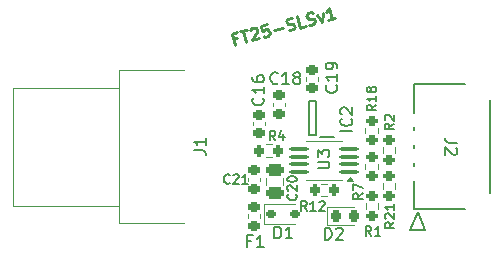
<source format=gbr>
%TF.GenerationSoftware,KiCad,Pcbnew,8.0.8*%
%TF.CreationDate,2025-02-03T14:17:38+01:00*%
%TF.ProjectId,FT25-SLS,46543235-2d53-44c5-932e-6b696361645f,rev?*%
%TF.SameCoordinates,Original*%
%TF.FileFunction,Legend,Top*%
%TF.FilePolarity,Positive*%
%FSLAX46Y46*%
G04 Gerber Fmt 4.6, Leading zero omitted, Abs format (unit mm)*
G04 Created by KiCad (PCBNEW 8.0.8) date 2025-02-03 14:17:38*
%MOMM*%
%LPD*%
G01*
G04 APERTURE LIST*
G04 Aperture macros list*
%AMRoundRect*
0 Rectangle with rounded corners*
0 $1 Rounding radius*
0 $2 $3 $4 $5 $6 $7 $8 $9 X,Y pos of 4 corners*
0 Add a 4 corners polygon primitive as box body*
4,1,4,$2,$3,$4,$5,$6,$7,$8,$9,$2,$3,0*
0 Add four circle primitives for the rounded corners*
1,1,$1+$1,$2,$3*
1,1,$1+$1,$4,$5*
1,1,$1+$1,$6,$7*
1,1,$1+$1,$8,$9*
0 Add four rect primitives between the rounded corners*
20,1,$1+$1,$2,$3,$4,$5,0*
20,1,$1+$1,$4,$5,$6,$7,0*
20,1,$1+$1,$6,$7,$8,$9,0*
20,1,$1+$1,$8,$9,$2,$3,0*%
G04 Aperture macros list end*
%ADD10C,0.250000*%
%ADD11C,0.150000*%
%ADD12C,0.120000*%
%ADD13C,0.152400*%
%ADD14C,0.200000*%
%ADD15RoundRect,0.200000X0.200000X0.275000X-0.200000X0.275000X-0.200000X-0.275000X0.200000X-0.275000X0*%
%ADD16RoundRect,0.200000X0.275000X-0.200000X0.275000X0.200000X-0.275000X0.200000X-0.275000X-0.200000X0*%
%ADD17RoundRect,0.200000X-0.275000X0.200000X-0.275000X-0.200000X0.275000X-0.200000X0.275000X0.200000X0*%
%ADD18RoundRect,0.225000X0.250000X-0.225000X0.250000X0.225000X-0.250000X0.225000X-0.250000X-0.225000X0*%
%ADD19RoundRect,0.225000X-0.250000X0.225000X-0.250000X-0.225000X0.250000X-0.225000X0.250000X0.225000X0*%
%ADD20R,1.000000X0.600000*%
%ADD21R,1.800000X1.250000*%
%ADD22RoundRect,0.150000X-0.250000X-0.150000X0.250000X-0.150000X0.250000X0.150000X-0.250000X0.150000X0*%
%ADD23RoundRect,0.218750X-0.218750X-0.256250X0.218750X-0.256250X0.218750X0.256250X-0.218750X0.256250X0*%
%ADD24RoundRect,0.218750X-0.256250X0.218750X-0.256250X-0.218750X0.256250X-0.218750X0.256250X0.218750X0*%
%ADD25C,1.800000*%
%ADD26C,4.000000*%
%ADD27RoundRect,0.250000X-0.475000X0.250000X-0.475000X-0.250000X0.475000X-0.250000X0.475000X0.250000X0*%
%ADD28C,3.200000*%
%ADD29RoundRect,0.100000X0.712500X0.100000X-0.712500X0.100000X-0.712500X-0.100000X0.712500X-0.100000X0*%
%ADD30R,1.200000X0.600000*%
G04 APERTURE END LIST*
D10*
X123330215Y-50802805D02*
X123008240Y-50889078D01*
X123143811Y-51395039D02*
X122884992Y-50429113D01*
X122884992Y-50429113D02*
X123344957Y-50305866D01*
X123574940Y-50244243D02*
X124126897Y-50096346D01*
X124109737Y-51136220D02*
X123850918Y-50170294D01*
X124427526Y-50114391D02*
X124461197Y-50056069D01*
X124461197Y-50056069D02*
X124540866Y-49985423D01*
X124540866Y-49985423D02*
X124770848Y-49923800D01*
X124770848Y-49923800D02*
X124875166Y-49945147D01*
X124875166Y-49945147D02*
X124933487Y-49978819D01*
X124933487Y-49978819D02*
X125004133Y-50058487D01*
X125004133Y-50058487D02*
X125028782Y-50150480D01*
X125028782Y-50150480D02*
X125019760Y-50300794D01*
X125019760Y-50300794D02*
X124615699Y-51000648D01*
X124615699Y-51000648D02*
X125213653Y-50840427D01*
X125828767Y-49640331D02*
X125368802Y-49763579D01*
X125368802Y-49763579D02*
X125446053Y-50235868D01*
X125446053Y-50235868D02*
X125479724Y-50177547D01*
X125479724Y-50177547D02*
X125559393Y-50106901D01*
X125559393Y-50106901D02*
X125789375Y-50045277D01*
X125789375Y-50045277D02*
X125893693Y-50066624D01*
X125893693Y-50066624D02*
X125952014Y-50100296D01*
X125952014Y-50100296D02*
X126022660Y-50179964D01*
X126022660Y-50179964D02*
X126084283Y-50409947D01*
X126084283Y-50409947D02*
X126062936Y-50514264D01*
X126062936Y-50514264D02*
X126029265Y-50572586D01*
X126029265Y-50572586D02*
X125949596Y-50643231D01*
X125949596Y-50643231D02*
X125719614Y-50704855D01*
X125719614Y-50704855D02*
X125615296Y-50683508D01*
X125615296Y-50683508D02*
X125556975Y-50649836D01*
X126448953Y-50115038D02*
X127184896Y-49917843D01*
X127685137Y-50128896D02*
X127835451Y-50137918D01*
X127835451Y-50137918D02*
X128065434Y-50076294D01*
X128065434Y-50076294D02*
X128145102Y-50005649D01*
X128145102Y-50005649D02*
X128178774Y-49947327D01*
X128178774Y-49947327D02*
X128200121Y-49843010D01*
X128200121Y-49843010D02*
X128175471Y-49751017D01*
X128175471Y-49751017D02*
X128104825Y-49671349D01*
X128104825Y-49671349D02*
X128046504Y-49637677D01*
X128046504Y-49637677D02*
X127942187Y-49616330D01*
X127942187Y-49616330D02*
X127745876Y-49619632D01*
X127745876Y-49619632D02*
X127641558Y-49598285D01*
X127641558Y-49598285D02*
X127583237Y-49564613D01*
X127583237Y-49564613D02*
X127512591Y-49484945D01*
X127512591Y-49484945D02*
X127487942Y-49392952D01*
X127487942Y-49392952D02*
X127509289Y-49288635D01*
X127509289Y-49288635D02*
X127542961Y-49230313D01*
X127542961Y-49230313D02*
X127622629Y-49159668D01*
X127622629Y-49159668D02*
X127852611Y-49098044D01*
X127852611Y-49098044D02*
X128002925Y-49107066D01*
X129123352Y-49792826D02*
X128663388Y-49916073D01*
X128663388Y-49916073D02*
X128404569Y-48950147D01*
X129387007Y-49672881D02*
X129537321Y-49681904D01*
X129537321Y-49681904D02*
X129767303Y-49620280D01*
X129767303Y-49620280D02*
X129846971Y-49549634D01*
X129846971Y-49549634D02*
X129880643Y-49491313D01*
X129880643Y-49491313D02*
X129901990Y-49386995D01*
X129901990Y-49386995D02*
X129877341Y-49295002D01*
X129877341Y-49295002D02*
X129806695Y-49215334D01*
X129806695Y-49215334D02*
X129748374Y-49181662D01*
X129748374Y-49181662D02*
X129644056Y-49160315D01*
X129644056Y-49160315D02*
X129447745Y-49163618D01*
X129447745Y-49163618D02*
X129343428Y-49142271D01*
X129343428Y-49142271D02*
X129285107Y-49108599D01*
X129285107Y-49108599D02*
X129214461Y-49028931D01*
X129214461Y-49028931D02*
X129189811Y-48936938D01*
X129189811Y-48936938D02*
X129211158Y-48832620D01*
X129211158Y-48832620D02*
X129244830Y-48774299D01*
X129244830Y-48774299D02*
X129324498Y-48703653D01*
X129324498Y-48703653D02*
X129554481Y-48642029D01*
X129554481Y-48642029D02*
X129704795Y-48651052D01*
X130100718Y-48840757D02*
X130503247Y-49423084D01*
X130503247Y-49423084D02*
X130560683Y-48717510D01*
X131607162Y-49127291D02*
X131055205Y-49275188D01*
X131331183Y-49201239D02*
X131072364Y-48235314D01*
X131072364Y-48235314D02*
X131017346Y-48397953D01*
X131017346Y-48397953D02*
X130950002Y-48514595D01*
X130950002Y-48514595D02*
X130870334Y-48585241D01*
D11*
X126556667Y-59472295D02*
X126290000Y-59091342D01*
X126099524Y-59472295D02*
X126099524Y-58672295D01*
X126099524Y-58672295D02*
X126404286Y-58672295D01*
X126404286Y-58672295D02*
X126480476Y-58710390D01*
X126480476Y-58710390D02*
X126518571Y-58748485D01*
X126518571Y-58748485D02*
X126556667Y-58824676D01*
X126556667Y-58824676D02*
X126556667Y-58938961D01*
X126556667Y-58938961D02*
X126518571Y-59015152D01*
X126518571Y-59015152D02*
X126480476Y-59053247D01*
X126480476Y-59053247D02*
X126404286Y-59091342D01*
X126404286Y-59091342D02*
X126099524Y-59091342D01*
X127242381Y-58938961D02*
X127242381Y-59472295D01*
X127051905Y-58634200D02*
X126861428Y-59205628D01*
X126861428Y-59205628D02*
X127356667Y-59205628D01*
X135102295Y-56464285D02*
X134721342Y-56730952D01*
X135102295Y-56921428D02*
X134302295Y-56921428D01*
X134302295Y-56921428D02*
X134302295Y-56616666D01*
X134302295Y-56616666D02*
X134340390Y-56540476D01*
X134340390Y-56540476D02*
X134378485Y-56502381D01*
X134378485Y-56502381D02*
X134454676Y-56464285D01*
X134454676Y-56464285D02*
X134568961Y-56464285D01*
X134568961Y-56464285D02*
X134645152Y-56502381D01*
X134645152Y-56502381D02*
X134683247Y-56540476D01*
X134683247Y-56540476D02*
X134721342Y-56616666D01*
X134721342Y-56616666D02*
X134721342Y-56921428D01*
X135102295Y-55702381D02*
X135102295Y-56159524D01*
X135102295Y-55930952D02*
X134302295Y-55930952D01*
X134302295Y-55930952D02*
X134416580Y-56007143D01*
X134416580Y-56007143D02*
X134492771Y-56083333D01*
X134492771Y-56083333D02*
X134530866Y-56159524D01*
X134645152Y-55245238D02*
X134607057Y-55321428D01*
X134607057Y-55321428D02*
X134568961Y-55359523D01*
X134568961Y-55359523D02*
X134492771Y-55397619D01*
X134492771Y-55397619D02*
X134454676Y-55397619D01*
X134454676Y-55397619D02*
X134378485Y-55359523D01*
X134378485Y-55359523D02*
X134340390Y-55321428D01*
X134340390Y-55321428D02*
X134302295Y-55245238D01*
X134302295Y-55245238D02*
X134302295Y-55092857D01*
X134302295Y-55092857D02*
X134340390Y-55016666D01*
X134340390Y-55016666D02*
X134378485Y-54978571D01*
X134378485Y-54978571D02*
X134454676Y-54940476D01*
X134454676Y-54940476D02*
X134492771Y-54940476D01*
X134492771Y-54940476D02*
X134568961Y-54978571D01*
X134568961Y-54978571D02*
X134607057Y-55016666D01*
X134607057Y-55016666D02*
X134645152Y-55092857D01*
X134645152Y-55092857D02*
X134645152Y-55245238D01*
X134645152Y-55245238D02*
X134683247Y-55321428D01*
X134683247Y-55321428D02*
X134721342Y-55359523D01*
X134721342Y-55359523D02*
X134797533Y-55397619D01*
X134797533Y-55397619D02*
X134949914Y-55397619D01*
X134949914Y-55397619D02*
X135026104Y-55359523D01*
X135026104Y-55359523D02*
X135064200Y-55321428D01*
X135064200Y-55321428D02*
X135102295Y-55245238D01*
X135102295Y-55245238D02*
X135102295Y-55092857D01*
X135102295Y-55092857D02*
X135064200Y-55016666D01*
X135064200Y-55016666D02*
X135026104Y-54978571D01*
X135026104Y-54978571D02*
X134949914Y-54940476D01*
X134949914Y-54940476D02*
X134797533Y-54940476D01*
X134797533Y-54940476D02*
X134721342Y-54978571D01*
X134721342Y-54978571D02*
X134683247Y-55016666D01*
X134683247Y-55016666D02*
X134645152Y-55092857D01*
X134676667Y-67552295D02*
X134410000Y-67171342D01*
X134219524Y-67552295D02*
X134219524Y-66752295D01*
X134219524Y-66752295D02*
X134524286Y-66752295D01*
X134524286Y-66752295D02*
X134600476Y-66790390D01*
X134600476Y-66790390D02*
X134638571Y-66828485D01*
X134638571Y-66828485D02*
X134676667Y-66904676D01*
X134676667Y-66904676D02*
X134676667Y-67018961D01*
X134676667Y-67018961D02*
X134638571Y-67095152D01*
X134638571Y-67095152D02*
X134600476Y-67133247D01*
X134600476Y-67133247D02*
X134524286Y-67171342D01*
X134524286Y-67171342D02*
X134219524Y-67171342D01*
X135438571Y-67552295D02*
X134981428Y-67552295D01*
X135210000Y-67552295D02*
X135210000Y-66752295D01*
X135210000Y-66752295D02*
X135133809Y-66866580D01*
X135133809Y-66866580D02*
X135057619Y-66942771D01*
X135057619Y-66942771D02*
X134981428Y-66980866D01*
X133942295Y-63963332D02*
X133561342Y-64229999D01*
X133942295Y-64420475D02*
X133142295Y-64420475D01*
X133142295Y-64420475D02*
X133142295Y-64115713D01*
X133142295Y-64115713D02*
X133180390Y-64039523D01*
X133180390Y-64039523D02*
X133218485Y-64001428D01*
X133218485Y-64001428D02*
X133294676Y-63963332D01*
X133294676Y-63963332D02*
X133408961Y-63963332D01*
X133408961Y-63963332D02*
X133485152Y-64001428D01*
X133485152Y-64001428D02*
X133523247Y-64039523D01*
X133523247Y-64039523D02*
X133561342Y-64115713D01*
X133561342Y-64115713D02*
X133561342Y-64420475D01*
X133142295Y-63696666D02*
X133142295Y-63163332D01*
X133142295Y-63163332D02*
X133942295Y-63506190D01*
X125499580Y-55882857D02*
X125547200Y-55930476D01*
X125547200Y-55930476D02*
X125594819Y-56073333D01*
X125594819Y-56073333D02*
X125594819Y-56168571D01*
X125594819Y-56168571D02*
X125547200Y-56311428D01*
X125547200Y-56311428D02*
X125451961Y-56406666D01*
X125451961Y-56406666D02*
X125356723Y-56454285D01*
X125356723Y-56454285D02*
X125166247Y-56501904D01*
X125166247Y-56501904D02*
X125023390Y-56501904D01*
X125023390Y-56501904D02*
X124832914Y-56454285D01*
X124832914Y-56454285D02*
X124737676Y-56406666D01*
X124737676Y-56406666D02*
X124642438Y-56311428D01*
X124642438Y-56311428D02*
X124594819Y-56168571D01*
X124594819Y-56168571D02*
X124594819Y-56073333D01*
X124594819Y-56073333D02*
X124642438Y-55930476D01*
X124642438Y-55930476D02*
X124690057Y-55882857D01*
X125594819Y-54930476D02*
X125594819Y-55501904D01*
X125594819Y-55216190D02*
X124594819Y-55216190D01*
X124594819Y-55216190D02*
X124737676Y-55311428D01*
X124737676Y-55311428D02*
X124832914Y-55406666D01*
X124832914Y-55406666D02*
X124880533Y-55501904D01*
X124594819Y-54073333D02*
X124594819Y-54263809D01*
X124594819Y-54263809D02*
X124642438Y-54359047D01*
X124642438Y-54359047D02*
X124690057Y-54406666D01*
X124690057Y-54406666D02*
X124832914Y-54501904D01*
X124832914Y-54501904D02*
X125023390Y-54549523D01*
X125023390Y-54549523D02*
X125404342Y-54549523D01*
X125404342Y-54549523D02*
X125499580Y-54501904D01*
X125499580Y-54501904D02*
X125547200Y-54454285D01*
X125547200Y-54454285D02*
X125594819Y-54359047D01*
X125594819Y-54359047D02*
X125594819Y-54168571D01*
X125594819Y-54168571D02*
X125547200Y-54073333D01*
X125547200Y-54073333D02*
X125499580Y-54025714D01*
X125499580Y-54025714D02*
X125404342Y-53978095D01*
X125404342Y-53978095D02*
X125166247Y-53978095D01*
X125166247Y-53978095D02*
X125071009Y-54025714D01*
X125071009Y-54025714D02*
X125023390Y-54073333D01*
X125023390Y-54073333D02*
X124975771Y-54168571D01*
X124975771Y-54168571D02*
X124975771Y-54359047D01*
X124975771Y-54359047D02*
X125023390Y-54454285D01*
X125023390Y-54454285D02*
X125071009Y-54501904D01*
X125071009Y-54501904D02*
X125166247Y-54549523D01*
X136632295Y-66424285D02*
X136251342Y-66690952D01*
X136632295Y-66881428D02*
X135832295Y-66881428D01*
X135832295Y-66881428D02*
X135832295Y-66576666D01*
X135832295Y-66576666D02*
X135870390Y-66500476D01*
X135870390Y-66500476D02*
X135908485Y-66462381D01*
X135908485Y-66462381D02*
X135984676Y-66424285D01*
X135984676Y-66424285D02*
X136098961Y-66424285D01*
X136098961Y-66424285D02*
X136175152Y-66462381D01*
X136175152Y-66462381D02*
X136213247Y-66500476D01*
X136213247Y-66500476D02*
X136251342Y-66576666D01*
X136251342Y-66576666D02*
X136251342Y-66881428D01*
X135908485Y-66119524D02*
X135870390Y-66081428D01*
X135870390Y-66081428D02*
X135832295Y-66005238D01*
X135832295Y-66005238D02*
X135832295Y-65814762D01*
X135832295Y-65814762D02*
X135870390Y-65738571D01*
X135870390Y-65738571D02*
X135908485Y-65700476D01*
X135908485Y-65700476D02*
X135984676Y-65662381D01*
X135984676Y-65662381D02*
X136060866Y-65662381D01*
X136060866Y-65662381D02*
X136175152Y-65700476D01*
X136175152Y-65700476D02*
X136632295Y-66157619D01*
X136632295Y-66157619D02*
X136632295Y-65662381D01*
X136632295Y-64900476D02*
X136632295Y-65357619D01*
X136632295Y-65129047D02*
X135832295Y-65129047D01*
X135832295Y-65129047D02*
X135946580Y-65205238D01*
X135946580Y-65205238D02*
X136022771Y-65281428D01*
X136022771Y-65281428D02*
X136060866Y-65357619D01*
X131719580Y-54802857D02*
X131767200Y-54850476D01*
X131767200Y-54850476D02*
X131814819Y-54993333D01*
X131814819Y-54993333D02*
X131814819Y-55088571D01*
X131814819Y-55088571D02*
X131767200Y-55231428D01*
X131767200Y-55231428D02*
X131671961Y-55326666D01*
X131671961Y-55326666D02*
X131576723Y-55374285D01*
X131576723Y-55374285D02*
X131386247Y-55421904D01*
X131386247Y-55421904D02*
X131243390Y-55421904D01*
X131243390Y-55421904D02*
X131052914Y-55374285D01*
X131052914Y-55374285D02*
X130957676Y-55326666D01*
X130957676Y-55326666D02*
X130862438Y-55231428D01*
X130862438Y-55231428D02*
X130814819Y-55088571D01*
X130814819Y-55088571D02*
X130814819Y-54993333D01*
X130814819Y-54993333D02*
X130862438Y-54850476D01*
X130862438Y-54850476D02*
X130910057Y-54802857D01*
X131814819Y-53850476D02*
X131814819Y-54421904D01*
X131814819Y-54136190D02*
X130814819Y-54136190D01*
X130814819Y-54136190D02*
X130957676Y-54231428D01*
X130957676Y-54231428D02*
X131052914Y-54326666D01*
X131052914Y-54326666D02*
X131100533Y-54421904D01*
X131814819Y-53374285D02*
X131814819Y-53183809D01*
X131814819Y-53183809D02*
X131767200Y-53088571D01*
X131767200Y-53088571D02*
X131719580Y-53040952D01*
X131719580Y-53040952D02*
X131576723Y-52945714D01*
X131576723Y-52945714D02*
X131386247Y-52898095D01*
X131386247Y-52898095D02*
X131005295Y-52898095D01*
X131005295Y-52898095D02*
X130910057Y-52945714D01*
X130910057Y-52945714D02*
X130862438Y-52993333D01*
X130862438Y-52993333D02*
X130814819Y-53088571D01*
X130814819Y-53088571D02*
X130814819Y-53279047D01*
X130814819Y-53279047D02*
X130862438Y-53374285D01*
X130862438Y-53374285D02*
X130910057Y-53421904D01*
X130910057Y-53421904D02*
X131005295Y-53469523D01*
X131005295Y-53469523D02*
X131243390Y-53469523D01*
X131243390Y-53469523D02*
X131338628Y-53421904D01*
X131338628Y-53421904D02*
X131386247Y-53374285D01*
X131386247Y-53374285D02*
X131433866Y-53279047D01*
X131433866Y-53279047D02*
X131433866Y-53088571D01*
X131433866Y-53088571D02*
X131386247Y-52993333D01*
X131386247Y-52993333D02*
X131338628Y-52945714D01*
X131338628Y-52945714D02*
X131243390Y-52898095D01*
X122695714Y-63076104D02*
X122657618Y-63114200D01*
X122657618Y-63114200D02*
X122543333Y-63152295D01*
X122543333Y-63152295D02*
X122467142Y-63152295D01*
X122467142Y-63152295D02*
X122352856Y-63114200D01*
X122352856Y-63114200D02*
X122276666Y-63038009D01*
X122276666Y-63038009D02*
X122238571Y-62961819D01*
X122238571Y-62961819D02*
X122200475Y-62809438D01*
X122200475Y-62809438D02*
X122200475Y-62695152D01*
X122200475Y-62695152D02*
X122238571Y-62542771D01*
X122238571Y-62542771D02*
X122276666Y-62466580D01*
X122276666Y-62466580D02*
X122352856Y-62390390D01*
X122352856Y-62390390D02*
X122467142Y-62352295D01*
X122467142Y-62352295D02*
X122543333Y-62352295D01*
X122543333Y-62352295D02*
X122657618Y-62390390D01*
X122657618Y-62390390D02*
X122695714Y-62428485D01*
X123000475Y-62428485D02*
X123038571Y-62390390D01*
X123038571Y-62390390D02*
X123114761Y-62352295D01*
X123114761Y-62352295D02*
X123305237Y-62352295D01*
X123305237Y-62352295D02*
X123381428Y-62390390D01*
X123381428Y-62390390D02*
X123419523Y-62428485D01*
X123419523Y-62428485D02*
X123457618Y-62504676D01*
X123457618Y-62504676D02*
X123457618Y-62580866D01*
X123457618Y-62580866D02*
X123419523Y-62695152D01*
X123419523Y-62695152D02*
X122962380Y-63152295D01*
X122962380Y-63152295D02*
X123457618Y-63152295D01*
X124219523Y-63152295D02*
X123762380Y-63152295D01*
X123990952Y-63152295D02*
X123990952Y-62352295D01*
X123990952Y-62352295D02*
X123914761Y-62466580D01*
X123914761Y-62466580D02*
X123838571Y-62542771D01*
X123838571Y-62542771D02*
X123762380Y-62580866D01*
X141955181Y-59687014D02*
X141240896Y-59687014D01*
X141240896Y-59687014D02*
X141098039Y-59639395D01*
X141098039Y-59639395D02*
X141002801Y-59544157D01*
X141002801Y-59544157D02*
X140955181Y-59401300D01*
X140955181Y-59401300D02*
X140955181Y-59306062D01*
X141859943Y-60115586D02*
X141907562Y-60163205D01*
X141907562Y-60163205D02*
X141955181Y-60258443D01*
X141955181Y-60258443D02*
X141955181Y-60496538D01*
X141955181Y-60496538D02*
X141907562Y-60591776D01*
X141907562Y-60591776D02*
X141859943Y-60639395D01*
X141859943Y-60639395D02*
X141764705Y-60687014D01*
X141764705Y-60687014D02*
X141669467Y-60687014D01*
X141669467Y-60687014D02*
X141526610Y-60639395D01*
X141526610Y-60639395D02*
X140955181Y-60067967D01*
X140955181Y-60067967D02*
X140955181Y-60687014D01*
X126471905Y-67774819D02*
X126471905Y-66774819D01*
X126471905Y-66774819D02*
X126710000Y-66774819D01*
X126710000Y-66774819D02*
X126852857Y-66822438D01*
X126852857Y-66822438D02*
X126948095Y-66917676D01*
X126948095Y-66917676D02*
X126995714Y-67012914D01*
X126995714Y-67012914D02*
X127043333Y-67203390D01*
X127043333Y-67203390D02*
X127043333Y-67346247D01*
X127043333Y-67346247D02*
X126995714Y-67536723D01*
X126995714Y-67536723D02*
X126948095Y-67631961D01*
X126948095Y-67631961D02*
X126852857Y-67727200D01*
X126852857Y-67727200D02*
X126710000Y-67774819D01*
X126710000Y-67774819D02*
X126471905Y-67774819D01*
X127995714Y-67774819D02*
X127424286Y-67774819D01*
X127710000Y-67774819D02*
X127710000Y-66774819D01*
X127710000Y-66774819D02*
X127614762Y-66917676D01*
X127614762Y-66917676D02*
X127519524Y-67012914D01*
X127519524Y-67012914D02*
X127424286Y-67060533D01*
X130751905Y-67874819D02*
X130751905Y-66874819D01*
X130751905Y-66874819D02*
X130990000Y-66874819D01*
X130990000Y-66874819D02*
X131132857Y-66922438D01*
X131132857Y-66922438D02*
X131228095Y-67017676D01*
X131228095Y-67017676D02*
X131275714Y-67112914D01*
X131275714Y-67112914D02*
X131323333Y-67303390D01*
X131323333Y-67303390D02*
X131323333Y-67446247D01*
X131323333Y-67446247D02*
X131275714Y-67636723D01*
X131275714Y-67636723D02*
X131228095Y-67731961D01*
X131228095Y-67731961D02*
X131132857Y-67827200D01*
X131132857Y-67827200D02*
X130990000Y-67874819D01*
X130990000Y-67874819D02*
X130751905Y-67874819D01*
X131704286Y-66970057D02*
X131751905Y-66922438D01*
X131751905Y-66922438D02*
X131847143Y-66874819D01*
X131847143Y-66874819D02*
X132085238Y-66874819D01*
X132085238Y-66874819D02*
X132180476Y-66922438D01*
X132180476Y-66922438D02*
X132228095Y-66970057D01*
X132228095Y-66970057D02*
X132275714Y-67065295D01*
X132275714Y-67065295D02*
X132275714Y-67160533D01*
X132275714Y-67160533D02*
X132228095Y-67303390D01*
X132228095Y-67303390D02*
X131656667Y-67874819D01*
X131656667Y-67874819D02*
X132275714Y-67874819D01*
X124516666Y-67981009D02*
X124183333Y-67981009D01*
X124183333Y-68504819D02*
X124183333Y-67504819D01*
X124183333Y-67504819D02*
X124659523Y-67504819D01*
X125564285Y-68504819D02*
X124992857Y-68504819D01*
X125278571Y-68504819D02*
X125278571Y-67504819D01*
X125278571Y-67504819D02*
X125183333Y-67647676D01*
X125183333Y-67647676D02*
X125088095Y-67742914D01*
X125088095Y-67742914D02*
X124992857Y-67790533D01*
X136602295Y-58083332D02*
X136221342Y-58349999D01*
X136602295Y-58540475D02*
X135802295Y-58540475D01*
X135802295Y-58540475D02*
X135802295Y-58235713D01*
X135802295Y-58235713D02*
X135840390Y-58159523D01*
X135840390Y-58159523D02*
X135878485Y-58121428D01*
X135878485Y-58121428D02*
X135954676Y-58083332D01*
X135954676Y-58083332D02*
X136068961Y-58083332D01*
X136068961Y-58083332D02*
X136145152Y-58121428D01*
X136145152Y-58121428D02*
X136183247Y-58159523D01*
X136183247Y-58159523D02*
X136221342Y-58235713D01*
X136221342Y-58235713D02*
X136221342Y-58540475D01*
X135878485Y-57778571D02*
X135840390Y-57740475D01*
X135840390Y-57740475D02*
X135802295Y-57664285D01*
X135802295Y-57664285D02*
X135802295Y-57473809D01*
X135802295Y-57473809D02*
X135840390Y-57397618D01*
X135840390Y-57397618D02*
X135878485Y-57359523D01*
X135878485Y-57359523D02*
X135954676Y-57321428D01*
X135954676Y-57321428D02*
X136030866Y-57321428D01*
X136030866Y-57321428D02*
X136145152Y-57359523D01*
X136145152Y-57359523D02*
X136602295Y-57816666D01*
X136602295Y-57816666D02*
X136602295Y-57321428D01*
X119674819Y-60303333D02*
X120389104Y-60303333D01*
X120389104Y-60303333D02*
X120531961Y-60350952D01*
X120531961Y-60350952D02*
X120627200Y-60446190D01*
X120627200Y-60446190D02*
X120674819Y-60589047D01*
X120674819Y-60589047D02*
X120674819Y-60684285D01*
X120674819Y-59303333D02*
X120674819Y-59874761D01*
X120674819Y-59589047D02*
X119674819Y-59589047D01*
X119674819Y-59589047D02*
X119817676Y-59684285D01*
X119817676Y-59684285D02*
X119912914Y-59779523D01*
X119912914Y-59779523D02*
X119960533Y-59874761D01*
X128306104Y-64044285D02*
X128344200Y-64082381D01*
X128344200Y-64082381D02*
X128382295Y-64196666D01*
X128382295Y-64196666D02*
X128382295Y-64272857D01*
X128382295Y-64272857D02*
X128344200Y-64387143D01*
X128344200Y-64387143D02*
X128268009Y-64463333D01*
X128268009Y-64463333D02*
X128191819Y-64501428D01*
X128191819Y-64501428D02*
X128039438Y-64539524D01*
X128039438Y-64539524D02*
X127925152Y-64539524D01*
X127925152Y-64539524D02*
X127772771Y-64501428D01*
X127772771Y-64501428D02*
X127696580Y-64463333D01*
X127696580Y-64463333D02*
X127620390Y-64387143D01*
X127620390Y-64387143D02*
X127582295Y-64272857D01*
X127582295Y-64272857D02*
X127582295Y-64196666D01*
X127582295Y-64196666D02*
X127620390Y-64082381D01*
X127620390Y-64082381D02*
X127658485Y-64044285D01*
X127658485Y-63739524D02*
X127620390Y-63701428D01*
X127620390Y-63701428D02*
X127582295Y-63625238D01*
X127582295Y-63625238D02*
X127582295Y-63434762D01*
X127582295Y-63434762D02*
X127620390Y-63358571D01*
X127620390Y-63358571D02*
X127658485Y-63320476D01*
X127658485Y-63320476D02*
X127734676Y-63282381D01*
X127734676Y-63282381D02*
X127810866Y-63282381D01*
X127810866Y-63282381D02*
X127925152Y-63320476D01*
X127925152Y-63320476D02*
X128382295Y-63777619D01*
X128382295Y-63777619D02*
X128382295Y-63282381D01*
X127582295Y-62787142D02*
X127582295Y-62710952D01*
X127582295Y-62710952D02*
X127620390Y-62634761D01*
X127620390Y-62634761D02*
X127658485Y-62596666D01*
X127658485Y-62596666D02*
X127734676Y-62558571D01*
X127734676Y-62558571D02*
X127887057Y-62520476D01*
X127887057Y-62520476D02*
X128077533Y-62520476D01*
X128077533Y-62520476D02*
X128229914Y-62558571D01*
X128229914Y-62558571D02*
X128306104Y-62596666D01*
X128306104Y-62596666D02*
X128344200Y-62634761D01*
X128344200Y-62634761D02*
X128382295Y-62710952D01*
X128382295Y-62710952D02*
X128382295Y-62787142D01*
X128382295Y-62787142D02*
X128344200Y-62863333D01*
X128344200Y-62863333D02*
X128306104Y-62901428D01*
X128306104Y-62901428D02*
X128229914Y-62939523D01*
X128229914Y-62939523D02*
X128077533Y-62977619D01*
X128077533Y-62977619D02*
X127887057Y-62977619D01*
X127887057Y-62977619D02*
X127734676Y-62939523D01*
X127734676Y-62939523D02*
X127658485Y-62901428D01*
X127658485Y-62901428D02*
X127620390Y-62863333D01*
X127620390Y-62863333D02*
X127582295Y-62787142D01*
X129215714Y-65422295D02*
X128949047Y-65041342D01*
X128758571Y-65422295D02*
X128758571Y-64622295D01*
X128758571Y-64622295D02*
X129063333Y-64622295D01*
X129063333Y-64622295D02*
X129139523Y-64660390D01*
X129139523Y-64660390D02*
X129177618Y-64698485D01*
X129177618Y-64698485D02*
X129215714Y-64774676D01*
X129215714Y-64774676D02*
X129215714Y-64888961D01*
X129215714Y-64888961D02*
X129177618Y-64965152D01*
X129177618Y-64965152D02*
X129139523Y-65003247D01*
X129139523Y-65003247D02*
X129063333Y-65041342D01*
X129063333Y-65041342D02*
X128758571Y-65041342D01*
X129977618Y-65422295D02*
X129520475Y-65422295D01*
X129749047Y-65422295D02*
X129749047Y-64622295D01*
X129749047Y-64622295D02*
X129672856Y-64736580D01*
X129672856Y-64736580D02*
X129596666Y-64812771D01*
X129596666Y-64812771D02*
X129520475Y-64850866D01*
X130282380Y-64698485D02*
X130320476Y-64660390D01*
X130320476Y-64660390D02*
X130396666Y-64622295D01*
X130396666Y-64622295D02*
X130587142Y-64622295D01*
X130587142Y-64622295D02*
X130663333Y-64660390D01*
X130663333Y-64660390D02*
X130701428Y-64698485D01*
X130701428Y-64698485D02*
X130739523Y-64774676D01*
X130739523Y-64774676D02*
X130739523Y-64850866D01*
X130739523Y-64850866D02*
X130701428Y-64965152D01*
X130701428Y-64965152D02*
X130244285Y-65422295D01*
X130244285Y-65422295D02*
X130739523Y-65422295D01*
X130142319Y-61836904D02*
X130951842Y-61836904D01*
X130951842Y-61836904D02*
X131047080Y-61789285D01*
X131047080Y-61789285D02*
X131094700Y-61741666D01*
X131094700Y-61741666D02*
X131142319Y-61646428D01*
X131142319Y-61646428D02*
X131142319Y-61455952D01*
X131142319Y-61455952D02*
X131094700Y-61360714D01*
X131094700Y-61360714D02*
X131047080Y-61313095D01*
X131047080Y-61313095D02*
X130951842Y-61265476D01*
X130951842Y-61265476D02*
X130142319Y-61265476D01*
X130142319Y-60884523D02*
X130142319Y-60265476D01*
X130142319Y-60265476D02*
X130523271Y-60598809D01*
X130523271Y-60598809D02*
X130523271Y-60455952D01*
X130523271Y-60455952D02*
X130570890Y-60360714D01*
X130570890Y-60360714D02*
X130618509Y-60313095D01*
X130618509Y-60313095D02*
X130713747Y-60265476D01*
X130713747Y-60265476D02*
X130951842Y-60265476D01*
X130951842Y-60265476D02*
X131047080Y-60313095D01*
X131047080Y-60313095D02*
X131094700Y-60360714D01*
X131094700Y-60360714D02*
X131142319Y-60455952D01*
X131142319Y-60455952D02*
X131142319Y-60741666D01*
X131142319Y-60741666D02*
X131094700Y-60836904D01*
X131094700Y-60836904D02*
X131047080Y-60884523D01*
X126757142Y-54609580D02*
X126709523Y-54657200D01*
X126709523Y-54657200D02*
X126566666Y-54704819D01*
X126566666Y-54704819D02*
X126471428Y-54704819D01*
X126471428Y-54704819D02*
X126328571Y-54657200D01*
X126328571Y-54657200D02*
X126233333Y-54561961D01*
X126233333Y-54561961D02*
X126185714Y-54466723D01*
X126185714Y-54466723D02*
X126138095Y-54276247D01*
X126138095Y-54276247D02*
X126138095Y-54133390D01*
X126138095Y-54133390D02*
X126185714Y-53942914D01*
X126185714Y-53942914D02*
X126233333Y-53847676D01*
X126233333Y-53847676D02*
X126328571Y-53752438D01*
X126328571Y-53752438D02*
X126471428Y-53704819D01*
X126471428Y-53704819D02*
X126566666Y-53704819D01*
X126566666Y-53704819D02*
X126709523Y-53752438D01*
X126709523Y-53752438D02*
X126757142Y-53800057D01*
X127709523Y-54704819D02*
X127138095Y-54704819D01*
X127423809Y-54704819D02*
X127423809Y-53704819D01*
X127423809Y-53704819D02*
X127328571Y-53847676D01*
X127328571Y-53847676D02*
X127233333Y-53942914D01*
X127233333Y-53942914D02*
X127138095Y-53990533D01*
X128280952Y-54133390D02*
X128185714Y-54085771D01*
X128185714Y-54085771D02*
X128138095Y-54038152D01*
X128138095Y-54038152D02*
X128090476Y-53942914D01*
X128090476Y-53942914D02*
X128090476Y-53895295D01*
X128090476Y-53895295D02*
X128138095Y-53800057D01*
X128138095Y-53800057D02*
X128185714Y-53752438D01*
X128185714Y-53752438D02*
X128280952Y-53704819D01*
X128280952Y-53704819D02*
X128471428Y-53704819D01*
X128471428Y-53704819D02*
X128566666Y-53752438D01*
X128566666Y-53752438D02*
X128614285Y-53800057D01*
X128614285Y-53800057D02*
X128661904Y-53895295D01*
X128661904Y-53895295D02*
X128661904Y-53942914D01*
X128661904Y-53942914D02*
X128614285Y-54038152D01*
X128614285Y-54038152D02*
X128566666Y-54085771D01*
X128566666Y-54085771D02*
X128471428Y-54133390D01*
X128471428Y-54133390D02*
X128280952Y-54133390D01*
X128280952Y-54133390D02*
X128185714Y-54181009D01*
X128185714Y-54181009D02*
X128138095Y-54228628D01*
X128138095Y-54228628D02*
X128090476Y-54323866D01*
X128090476Y-54323866D02*
X128090476Y-54514342D01*
X128090476Y-54514342D02*
X128138095Y-54609580D01*
X128138095Y-54609580D02*
X128185714Y-54657200D01*
X128185714Y-54657200D02*
X128280952Y-54704819D01*
X128280952Y-54704819D02*
X128471428Y-54704819D01*
X128471428Y-54704819D02*
X128566666Y-54657200D01*
X128566666Y-54657200D02*
X128614285Y-54609580D01*
X128614285Y-54609580D02*
X128661904Y-54514342D01*
X128661904Y-54514342D02*
X128661904Y-54323866D01*
X128661904Y-54323866D02*
X128614285Y-54228628D01*
X128614285Y-54228628D02*
X128566666Y-54181009D01*
X128566666Y-54181009D02*
X128471428Y-54133390D01*
X133074819Y-58686189D02*
X132074819Y-58686189D01*
X132979580Y-57638571D02*
X133027200Y-57686190D01*
X133027200Y-57686190D02*
X133074819Y-57829047D01*
X133074819Y-57829047D02*
X133074819Y-57924285D01*
X133074819Y-57924285D02*
X133027200Y-58067142D01*
X133027200Y-58067142D02*
X132931961Y-58162380D01*
X132931961Y-58162380D02*
X132836723Y-58209999D01*
X132836723Y-58209999D02*
X132646247Y-58257618D01*
X132646247Y-58257618D02*
X132503390Y-58257618D01*
X132503390Y-58257618D02*
X132312914Y-58209999D01*
X132312914Y-58209999D02*
X132217676Y-58162380D01*
X132217676Y-58162380D02*
X132122438Y-58067142D01*
X132122438Y-58067142D02*
X132074819Y-57924285D01*
X132074819Y-57924285D02*
X132074819Y-57829047D01*
X132074819Y-57829047D02*
X132122438Y-57686190D01*
X132122438Y-57686190D02*
X132170057Y-57638571D01*
X132170057Y-57257618D02*
X132122438Y-57209999D01*
X132122438Y-57209999D02*
X132074819Y-57114761D01*
X132074819Y-57114761D02*
X132074819Y-56876666D01*
X132074819Y-56876666D02*
X132122438Y-56781428D01*
X132122438Y-56781428D02*
X132170057Y-56733809D01*
X132170057Y-56733809D02*
X132265295Y-56686190D01*
X132265295Y-56686190D02*
X132360533Y-56686190D01*
X132360533Y-56686190D02*
X132503390Y-56733809D01*
X132503390Y-56733809D02*
X133074819Y-57305237D01*
X133074819Y-57305237D02*
X133074819Y-56686190D01*
D12*
%TO.C,R4*%
X126237258Y-59807500D02*
X125762742Y-59807500D01*
X126237258Y-60852500D02*
X125762742Y-60852500D01*
%TO.C,R18*%
X134177500Y-58887258D02*
X134177500Y-58412742D01*
X135222500Y-58887258D02*
X135222500Y-58412742D01*
%TO.C,R1*%
X134197500Y-64792742D02*
X134197500Y-65267258D01*
X135242500Y-64792742D02*
X135242500Y-65267258D01*
%TO.C,R7*%
X134177500Y-61912258D02*
X134177500Y-61437742D01*
X135222500Y-61912258D02*
X135222500Y-61437742D01*
%TO.C,C16*%
X124680000Y-58210580D02*
X124680000Y-57929420D01*
X125700000Y-58210580D02*
X125700000Y-57929420D01*
%TO.C,R21*%
X135677500Y-63562258D02*
X135677500Y-63087742D01*
X136722500Y-63562258D02*
X136722500Y-63087742D01*
%TO.C,C19*%
X129180000Y-54420580D02*
X129180000Y-54139420D01*
X130200000Y-54420580D02*
X130200000Y-54139420D01*
%TO.C,C21*%
X124240000Y-62639420D02*
X124240000Y-62920580D01*
X125260000Y-62639420D02*
X125260000Y-62920580D01*
D13*
%TO.C,J2*%
X137985000Y-67052987D02*
X138620000Y-65528987D01*
X138280000Y-54725009D02*
X138280000Y-57129959D01*
X138280000Y-58370039D02*
X138280000Y-58629961D01*
X138280000Y-59870041D02*
X138280000Y-60129960D01*
X138280000Y-61370040D02*
X138280000Y-61629960D01*
X138280000Y-62870040D02*
X138280000Y-65274988D01*
X138280000Y-65274988D02*
X142589960Y-65274988D01*
X138620000Y-65528987D02*
X139255000Y-67052987D01*
X139255000Y-67052987D02*
X137985000Y-67052987D01*
X142589960Y-54725009D02*
X138280000Y-54725009D01*
X144720000Y-63910115D02*
X144720000Y-56089884D01*
D12*
%TO.C,D1*%
X125602500Y-64820000D02*
X125602500Y-66520000D01*
X125602500Y-64820000D02*
X128262500Y-64820000D01*
X125602500Y-66520000D02*
X128262500Y-66520000D01*
%TO.C,D2*%
X130965000Y-65125000D02*
X130965000Y-66595000D01*
X130965000Y-66595000D02*
X133250000Y-66595000D01*
X133250000Y-65125000D02*
X130965000Y-65125000D01*
%TO.C,F1*%
X124270000Y-65737221D02*
X124270000Y-66062779D01*
X125290000Y-65737221D02*
X125290000Y-66062779D01*
%TO.C,R2*%
X135677500Y-60537258D02*
X135677500Y-60062742D01*
X136722500Y-60537258D02*
X136722500Y-60062742D01*
%TO.C,J1*%
X104320000Y-55000000D02*
X113320000Y-55000000D01*
X104320000Y-65000000D02*
X104320000Y-55000000D01*
X113320000Y-53500000D02*
X118820000Y-53500000D01*
X113320000Y-65000000D02*
X104320000Y-65000000D01*
X113320000Y-66500000D02*
X113320000Y-53500000D01*
X118820000Y-66500000D02*
X113320000Y-66500000D01*
%TO.C,C20*%
X125775000Y-62688748D02*
X125775000Y-63211252D01*
X127245000Y-62688748D02*
X127245000Y-63211252D01*
%TO.C,R12*%
X130937258Y-63152500D02*
X130462742Y-63152500D01*
X130937258Y-64197500D02*
X130462742Y-64197500D01*
%TO.C,U3*%
X130675000Y-59565000D02*
X129175000Y-59565000D01*
X130675000Y-59565000D02*
X132175000Y-59565000D01*
X130675000Y-62785000D02*
X129175000Y-62785000D01*
X130675000Y-62785000D02*
X132175000Y-62785000D01*
X133127500Y-62940000D02*
X132647500Y-62940000D01*
X132887500Y-62610000D01*
X133127500Y-62940000D01*
G36*
X133127500Y-62940000D02*
G01*
X132647500Y-62940000D01*
X132887500Y-62610000D01*
X133127500Y-62940000D01*
G37*
%TO.C,C18*%
X126330000Y-56580580D02*
X126330000Y-56299420D01*
X127350000Y-56580580D02*
X127350000Y-56299420D01*
D14*
%TO.C,IC2*%
X129410000Y-56150000D02*
X130010000Y-56150000D01*
X129410000Y-59050000D02*
X129410000Y-56150000D01*
X130010000Y-56150000D02*
X130010000Y-59050000D01*
X130010000Y-59050000D02*
X129410000Y-59050000D01*
X131560000Y-59200000D02*
X130360000Y-59200000D01*
%TD*%
%LPC*%
D15*
%TO.C,R4*%
X126825000Y-60330000D03*
X125175000Y-60330000D03*
%TD*%
D16*
%TO.C,R18*%
X134700000Y-59475000D03*
X134700000Y-57825000D03*
%TD*%
D17*
%TO.C,R1*%
X134720000Y-64205000D03*
X134720000Y-65855000D03*
%TD*%
D16*
%TO.C,R7*%
X134700000Y-62500000D03*
X134700000Y-60850000D03*
%TD*%
D18*
%TO.C,C16*%
X125190000Y-58845000D03*
X125190000Y-57295000D03*
%TD*%
D16*
%TO.C,R21*%
X136200000Y-64150000D03*
X136200000Y-62500000D03*
%TD*%
D18*
%TO.C,C19*%
X129690000Y-55055000D03*
X129690000Y-53505000D03*
%TD*%
D19*
%TO.C,C21*%
X124750000Y-62005000D03*
X124750000Y-63555000D03*
%TD*%
D20*
%TO.C,J2*%
X138620000Y-62250000D03*
X138620000Y-60750000D03*
X138620000Y-59250001D03*
X138620000Y-57749999D03*
D21*
X143810000Y-55145000D03*
X143810000Y-64854999D03*
%TD*%
D22*
%TO.C,D1*%
X126162500Y-65670000D03*
X128262500Y-65670000D03*
%TD*%
D23*
%TO.C,D2*%
X131662500Y-65860000D03*
X133237500Y-65860000D03*
%TD*%
D24*
%TO.C,F1*%
X124780000Y-65112500D03*
X124780000Y-66687500D03*
%TD*%
D16*
%TO.C,R2*%
X136200000Y-61125000D03*
X136200000Y-59475000D03*
%TD*%
D25*
%TO.C,J1*%
X120820000Y-61700000D03*
X122770000Y-61075000D03*
X120820000Y-58300000D03*
X122770000Y-58925000D03*
D26*
X121320000Y-53750000D03*
X121320000Y-66250000D03*
%TD*%
D27*
%TO.C,C20*%
X126510000Y-62000000D03*
X126510000Y-63900000D03*
%TD*%
D15*
%TO.C,R12*%
X131525000Y-63675000D03*
X129875000Y-63675000D03*
%TD*%
D28*
%TO.C,H1*%
X134990000Y-49990000D03*
%TD*%
D29*
%TO.C,U3*%
X132787500Y-62150000D03*
X132787500Y-61500000D03*
X132787500Y-60850000D03*
X132787500Y-60200000D03*
X128562500Y-60200000D03*
X128562500Y-60850000D03*
X128562500Y-61500000D03*
X128562500Y-62150000D03*
%TD*%
D18*
%TO.C,C18*%
X126840000Y-57215000D03*
X126840000Y-55665000D03*
%TD*%
D30*
%TO.C,IC2*%
X130960000Y-58550000D03*
X130960000Y-57600000D03*
X130960000Y-56650000D03*
X128460000Y-56650000D03*
X128460000Y-57600000D03*
X128460000Y-58550000D03*
%TD*%
D28*
%TO.C,H2*%
X135000000Y-70000000D03*
%TD*%
%LPD*%
M02*

</source>
